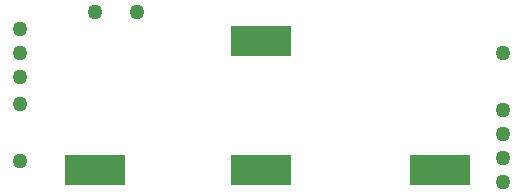
<source format=gbr>
G04 #@! TF.GenerationSoftware,KiCad,Pcbnew,(5.0.0)*
G04 #@! TF.CreationDate,2019-04-05T14:46:39-07:00*
G04 #@! TF.ProjectId,Buffer,4275666665722E6B696361645F706362,rev?*
G04 #@! TF.SameCoordinates,Original*
G04 #@! TF.FileFunction,Soldermask,Bot*
G04 #@! TF.FilePolarity,Negative*
%FSLAX46Y46*%
G04 Gerber Fmt 4.6, Leading zero omitted, Abs format (unit mm)*
G04 Created by KiCad (PCBNEW (5.0.0)) date 04/05/19 14:46:39*
%MOMM*%
%LPD*%
G01*
G04 APERTURE LIST*
%ADD10C,1.270000*%
%ADD11R,5.080000X2.540000*%
%ADD12C,1.016000*%
G04 APERTURE END LIST*
D10*
G04 #@! TO.C,TP1*
X9906000Y15494000D03*
G04 #@! TD*
D11*
G04 #@! TO.C,TP8*
X20434300Y13096900D03*
G04 #@! TD*
D12*
G04 #@! TO.C,TP2*
X19748500Y12334900D03*
G04 #@! TD*
G04 #@! TO.C,TP2*
X21082000Y12334900D03*
G04 #@! TD*
G04 #@! TO.C,TP2*
X18415000Y12334900D03*
G04 #@! TD*
G04 #@! TO.C,TP2*
X18415000Y13604900D03*
G04 #@! TD*
G04 #@! TO.C,TP2*
X22415500Y12334900D03*
G04 #@! TD*
G04 #@! TO.C,TP2*
X21082000Y13604900D03*
G04 #@! TD*
G04 #@! TO.C,TP2*
X22415500Y13604900D03*
G04 #@! TD*
G04 #@! TO.C,TP2*
X19748500Y13604900D03*
G04 #@! TD*
G04 #@! TO.C,TP2*
X21082000Y1397000D03*
G04 #@! TD*
G04 #@! TO.C,TP2*
X22415500Y1397000D03*
G04 #@! TD*
G04 #@! TO.C,TP2*
X8318500Y1397000D03*
G04 #@! TD*
G04 #@! TO.C,TP2*
X37528500Y1397000D03*
G04 #@! TD*
G04 #@! TO.C,TP2*
X36195000Y1397000D03*
G04 #@! TD*
G04 #@! TO.C,TP2*
X33528000Y2667000D03*
G04 #@! TD*
G04 #@! TO.C,TP2*
X33528000Y1397000D03*
G04 #@! TD*
G04 #@! TO.C,TP2*
X36195000Y2667000D03*
G04 #@! TD*
G04 #@! TO.C,TP2*
X34861500Y2667000D03*
G04 #@! TD*
G04 #@! TO.C,TP2*
X34861500Y1397000D03*
G04 #@! TD*
G04 #@! TO.C,TP2*
X37528500Y2667000D03*
G04 #@! TD*
D10*
G04 #@! TO.C,TP11*
X40894000Y12065000D03*
G04 #@! TD*
D12*
G04 #@! TO.C,TP2*
X19748500Y1397000D03*
G04 #@! TD*
G04 #@! TO.C,TP2*
X18415000Y1397000D03*
G04 #@! TD*
G04 #@! TO.C,TP2*
X22415500Y2667000D03*
G04 #@! TD*
G04 #@! TO.C,TP2*
X21082000Y2667000D03*
G04 #@! TD*
G04 #@! TO.C,TP2*
X19748500Y2667000D03*
G04 #@! TD*
G04 #@! TO.C,TP2*
X18415000Y2667000D03*
G04 #@! TD*
G04 #@! TO.C,TP2*
X6985000Y2667000D03*
G04 #@! TD*
G04 #@! TO.C,TP2*
X5638800Y2667000D03*
G04 #@! TD*
G04 #@! TO.C,TP2*
X8318500Y2667000D03*
G04 #@! TD*
G04 #@! TO.C,TP2*
X6985000Y1397000D03*
G04 #@! TD*
G04 #@! TO.C,TP2*
X5651500Y1397000D03*
G04 #@! TD*
G04 #@! TO.C,TP2*
X4318000Y2667000D03*
G04 #@! TD*
G04 #@! TO.C,TP2*
X4318000Y1397000D03*
G04 #@! TD*
D11*
G04 #@! TO.C,TP12*
X6350000Y2159000D03*
G04 #@! TD*
G04 #@! TO.C,TP13*
X35560000Y2159000D03*
G04 #@! TD*
D10*
G04 #@! TO.C,TP16*
X0Y12065000D03*
G04 #@! TD*
G04 #@! TO.C,TP15*
X6350000Y15494000D03*
G04 #@! TD*
G04 #@! TO.C,TP17*
X0Y14097000D03*
G04 #@! TD*
G04 #@! TO.C,TP5*
X40894000Y3175000D03*
G04 #@! TD*
G04 #@! TO.C,TP10*
X40894000Y7239000D03*
G04 #@! TD*
G04 #@! TO.C,TP9*
X40894000Y5207000D03*
G04 #@! TD*
G04 #@! TO.C,TP6*
X0Y7731000D03*
G04 #@! TD*
G04 #@! TO.C,TP4*
X40894000Y1143000D03*
G04 #@! TD*
G04 #@! TO.C,TP3*
X0Y10033000D03*
G04 #@! TD*
G04 #@! TO.C,TP2*
X0Y2921000D03*
G04 #@! TD*
D11*
G04 #@! TO.C,TP7*
X20434300Y2159000D03*
G04 #@! TD*
M02*

</source>
